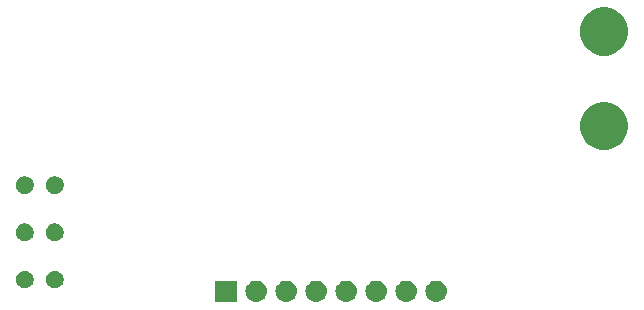
<source format=gbs>
G04 #@! TF.GenerationSoftware,KiCad,Pcbnew,(5.1.0)-1*
G04 #@! TF.CreationDate,2019-06-02T21:22:59+02:00*
G04 #@! TF.ProjectId,ledpwmble,6c656470-776d-4626-9c65-2e6b69636164,rev?*
G04 #@! TF.SameCoordinates,Original*
G04 #@! TF.FileFunction,Soldermask,Bot*
G04 #@! TF.FilePolarity,Negative*
%FSLAX46Y46*%
G04 Gerber Fmt 4.6, Leading zero omitted, Abs format (unit mm)*
G04 Created by KiCad (PCBNEW (5.1.0)-1) date 2019-06-02 21:22:59*
%MOMM*%
%LPD*%
G04 APERTURE LIST*
%ADD10C,0.100000*%
G04 APERTURE END LIST*
D10*
G36*
X162350442Y-106105518D02*
G01*
X162416627Y-106112037D01*
X162586466Y-106163557D01*
X162742991Y-106247222D01*
X162778729Y-106276552D01*
X162880186Y-106359814D01*
X162963448Y-106461271D01*
X162992778Y-106497009D01*
X163076443Y-106653534D01*
X163127963Y-106823373D01*
X163145359Y-107000000D01*
X163127963Y-107176627D01*
X163076443Y-107346466D01*
X162992778Y-107502991D01*
X162963448Y-107538729D01*
X162880186Y-107640186D01*
X162778729Y-107723448D01*
X162742991Y-107752778D01*
X162586466Y-107836443D01*
X162416627Y-107887963D01*
X162350442Y-107894482D01*
X162284260Y-107901000D01*
X162195740Y-107901000D01*
X162129558Y-107894482D01*
X162063373Y-107887963D01*
X161893534Y-107836443D01*
X161737009Y-107752778D01*
X161701271Y-107723448D01*
X161599814Y-107640186D01*
X161516552Y-107538729D01*
X161487222Y-107502991D01*
X161403557Y-107346466D01*
X161352037Y-107176627D01*
X161334641Y-107000000D01*
X161352037Y-106823373D01*
X161403557Y-106653534D01*
X161487222Y-106497009D01*
X161516552Y-106461271D01*
X161599814Y-106359814D01*
X161701271Y-106276552D01*
X161737009Y-106247222D01*
X161893534Y-106163557D01*
X162063373Y-106112037D01*
X162129558Y-106105518D01*
X162195740Y-106099000D01*
X162284260Y-106099000D01*
X162350442Y-106105518D01*
X162350442Y-106105518D01*
G37*
G36*
X164890442Y-106105518D02*
G01*
X164956627Y-106112037D01*
X165126466Y-106163557D01*
X165282991Y-106247222D01*
X165318729Y-106276552D01*
X165420186Y-106359814D01*
X165503448Y-106461271D01*
X165532778Y-106497009D01*
X165616443Y-106653534D01*
X165667963Y-106823373D01*
X165685359Y-107000000D01*
X165667963Y-107176627D01*
X165616443Y-107346466D01*
X165532778Y-107502991D01*
X165503448Y-107538729D01*
X165420186Y-107640186D01*
X165318729Y-107723448D01*
X165282991Y-107752778D01*
X165126466Y-107836443D01*
X164956627Y-107887963D01*
X164890442Y-107894482D01*
X164824260Y-107901000D01*
X164735740Y-107901000D01*
X164669558Y-107894482D01*
X164603373Y-107887963D01*
X164433534Y-107836443D01*
X164277009Y-107752778D01*
X164241271Y-107723448D01*
X164139814Y-107640186D01*
X164056552Y-107538729D01*
X164027222Y-107502991D01*
X163943557Y-107346466D01*
X163892037Y-107176627D01*
X163874641Y-107000000D01*
X163892037Y-106823373D01*
X163943557Y-106653534D01*
X164027222Y-106497009D01*
X164056552Y-106461271D01*
X164139814Y-106359814D01*
X164241271Y-106276552D01*
X164277009Y-106247222D01*
X164433534Y-106163557D01*
X164603373Y-106112037D01*
X164669558Y-106105518D01*
X164735740Y-106099000D01*
X164824260Y-106099000D01*
X164890442Y-106105518D01*
X164890442Y-106105518D01*
G37*
G36*
X159810442Y-106105518D02*
G01*
X159876627Y-106112037D01*
X160046466Y-106163557D01*
X160202991Y-106247222D01*
X160238729Y-106276552D01*
X160340186Y-106359814D01*
X160423448Y-106461271D01*
X160452778Y-106497009D01*
X160536443Y-106653534D01*
X160587963Y-106823373D01*
X160605359Y-107000000D01*
X160587963Y-107176627D01*
X160536443Y-107346466D01*
X160452778Y-107502991D01*
X160423448Y-107538729D01*
X160340186Y-107640186D01*
X160238729Y-107723448D01*
X160202991Y-107752778D01*
X160046466Y-107836443D01*
X159876627Y-107887963D01*
X159810442Y-107894482D01*
X159744260Y-107901000D01*
X159655740Y-107901000D01*
X159589558Y-107894482D01*
X159523373Y-107887963D01*
X159353534Y-107836443D01*
X159197009Y-107752778D01*
X159161271Y-107723448D01*
X159059814Y-107640186D01*
X158976552Y-107538729D01*
X158947222Y-107502991D01*
X158863557Y-107346466D01*
X158812037Y-107176627D01*
X158794641Y-107000000D01*
X158812037Y-106823373D01*
X158863557Y-106653534D01*
X158947222Y-106497009D01*
X158976552Y-106461271D01*
X159059814Y-106359814D01*
X159161271Y-106276552D01*
X159197009Y-106247222D01*
X159353534Y-106163557D01*
X159523373Y-106112037D01*
X159589558Y-106105518D01*
X159655740Y-106099000D01*
X159744260Y-106099000D01*
X159810442Y-106105518D01*
X159810442Y-106105518D01*
G37*
G36*
X157270442Y-106105518D02*
G01*
X157336627Y-106112037D01*
X157506466Y-106163557D01*
X157662991Y-106247222D01*
X157698729Y-106276552D01*
X157800186Y-106359814D01*
X157883448Y-106461271D01*
X157912778Y-106497009D01*
X157996443Y-106653534D01*
X158047963Y-106823373D01*
X158065359Y-107000000D01*
X158047963Y-107176627D01*
X157996443Y-107346466D01*
X157912778Y-107502991D01*
X157883448Y-107538729D01*
X157800186Y-107640186D01*
X157698729Y-107723448D01*
X157662991Y-107752778D01*
X157506466Y-107836443D01*
X157336627Y-107887963D01*
X157270442Y-107894482D01*
X157204260Y-107901000D01*
X157115740Y-107901000D01*
X157049558Y-107894482D01*
X156983373Y-107887963D01*
X156813534Y-107836443D01*
X156657009Y-107752778D01*
X156621271Y-107723448D01*
X156519814Y-107640186D01*
X156436552Y-107538729D01*
X156407222Y-107502991D01*
X156323557Y-107346466D01*
X156272037Y-107176627D01*
X156254641Y-107000000D01*
X156272037Y-106823373D01*
X156323557Y-106653534D01*
X156407222Y-106497009D01*
X156436552Y-106461271D01*
X156519814Y-106359814D01*
X156621271Y-106276552D01*
X156657009Y-106247222D01*
X156813534Y-106163557D01*
X156983373Y-106112037D01*
X157049558Y-106105518D01*
X157115740Y-106099000D01*
X157204260Y-106099000D01*
X157270442Y-106105518D01*
X157270442Y-106105518D01*
G37*
G36*
X154730442Y-106105518D02*
G01*
X154796627Y-106112037D01*
X154966466Y-106163557D01*
X155122991Y-106247222D01*
X155158729Y-106276552D01*
X155260186Y-106359814D01*
X155343448Y-106461271D01*
X155372778Y-106497009D01*
X155456443Y-106653534D01*
X155507963Y-106823373D01*
X155525359Y-107000000D01*
X155507963Y-107176627D01*
X155456443Y-107346466D01*
X155372778Y-107502991D01*
X155343448Y-107538729D01*
X155260186Y-107640186D01*
X155158729Y-107723448D01*
X155122991Y-107752778D01*
X154966466Y-107836443D01*
X154796627Y-107887963D01*
X154730442Y-107894482D01*
X154664260Y-107901000D01*
X154575740Y-107901000D01*
X154509558Y-107894482D01*
X154443373Y-107887963D01*
X154273534Y-107836443D01*
X154117009Y-107752778D01*
X154081271Y-107723448D01*
X153979814Y-107640186D01*
X153896552Y-107538729D01*
X153867222Y-107502991D01*
X153783557Y-107346466D01*
X153732037Y-107176627D01*
X153714641Y-107000000D01*
X153732037Y-106823373D01*
X153783557Y-106653534D01*
X153867222Y-106497009D01*
X153896552Y-106461271D01*
X153979814Y-106359814D01*
X154081271Y-106276552D01*
X154117009Y-106247222D01*
X154273534Y-106163557D01*
X154443373Y-106112037D01*
X154509558Y-106105518D01*
X154575740Y-106099000D01*
X154664260Y-106099000D01*
X154730442Y-106105518D01*
X154730442Y-106105518D01*
G37*
G36*
X152190442Y-106105518D02*
G01*
X152256627Y-106112037D01*
X152426466Y-106163557D01*
X152582991Y-106247222D01*
X152618729Y-106276552D01*
X152720186Y-106359814D01*
X152803448Y-106461271D01*
X152832778Y-106497009D01*
X152916443Y-106653534D01*
X152967963Y-106823373D01*
X152985359Y-107000000D01*
X152967963Y-107176627D01*
X152916443Y-107346466D01*
X152832778Y-107502991D01*
X152803448Y-107538729D01*
X152720186Y-107640186D01*
X152618729Y-107723448D01*
X152582991Y-107752778D01*
X152426466Y-107836443D01*
X152256627Y-107887963D01*
X152190442Y-107894482D01*
X152124260Y-107901000D01*
X152035740Y-107901000D01*
X151969558Y-107894482D01*
X151903373Y-107887963D01*
X151733534Y-107836443D01*
X151577009Y-107752778D01*
X151541271Y-107723448D01*
X151439814Y-107640186D01*
X151356552Y-107538729D01*
X151327222Y-107502991D01*
X151243557Y-107346466D01*
X151192037Y-107176627D01*
X151174641Y-107000000D01*
X151192037Y-106823373D01*
X151243557Y-106653534D01*
X151327222Y-106497009D01*
X151356552Y-106461271D01*
X151439814Y-106359814D01*
X151541271Y-106276552D01*
X151577009Y-106247222D01*
X151733534Y-106163557D01*
X151903373Y-106112037D01*
X151969558Y-106105518D01*
X152035740Y-106099000D01*
X152124260Y-106099000D01*
X152190442Y-106105518D01*
X152190442Y-106105518D01*
G37*
G36*
X149650442Y-106105518D02*
G01*
X149716627Y-106112037D01*
X149886466Y-106163557D01*
X150042991Y-106247222D01*
X150078729Y-106276552D01*
X150180186Y-106359814D01*
X150263448Y-106461271D01*
X150292778Y-106497009D01*
X150376443Y-106653534D01*
X150427963Y-106823373D01*
X150445359Y-107000000D01*
X150427963Y-107176627D01*
X150376443Y-107346466D01*
X150292778Y-107502991D01*
X150263448Y-107538729D01*
X150180186Y-107640186D01*
X150078729Y-107723448D01*
X150042991Y-107752778D01*
X149886466Y-107836443D01*
X149716627Y-107887963D01*
X149650442Y-107894482D01*
X149584260Y-107901000D01*
X149495740Y-107901000D01*
X149429558Y-107894482D01*
X149363373Y-107887963D01*
X149193534Y-107836443D01*
X149037009Y-107752778D01*
X149001271Y-107723448D01*
X148899814Y-107640186D01*
X148816552Y-107538729D01*
X148787222Y-107502991D01*
X148703557Y-107346466D01*
X148652037Y-107176627D01*
X148634641Y-107000000D01*
X148652037Y-106823373D01*
X148703557Y-106653534D01*
X148787222Y-106497009D01*
X148816552Y-106461271D01*
X148899814Y-106359814D01*
X149001271Y-106276552D01*
X149037009Y-106247222D01*
X149193534Y-106163557D01*
X149363373Y-106112037D01*
X149429558Y-106105518D01*
X149495740Y-106099000D01*
X149584260Y-106099000D01*
X149650442Y-106105518D01*
X149650442Y-106105518D01*
G37*
G36*
X147901000Y-107901000D02*
G01*
X146099000Y-107901000D01*
X146099000Y-106099000D01*
X147901000Y-106099000D01*
X147901000Y-107901000D01*
X147901000Y-107901000D01*
G37*
G36*
X130179059Y-105277860D02*
G01*
X130315732Y-105334472D01*
X130438735Y-105416660D01*
X130543340Y-105521265D01*
X130625528Y-105644268D01*
X130682140Y-105780941D01*
X130711000Y-105926033D01*
X130711000Y-106073967D01*
X130682140Y-106219059D01*
X130625528Y-106355732D01*
X130543340Y-106478735D01*
X130438735Y-106583340D01*
X130315732Y-106665528D01*
X130315731Y-106665529D01*
X130315730Y-106665529D01*
X130179059Y-106722140D01*
X130033968Y-106751000D01*
X129886032Y-106751000D01*
X129740941Y-106722140D01*
X129604270Y-106665529D01*
X129604269Y-106665529D01*
X129604268Y-106665528D01*
X129481265Y-106583340D01*
X129376660Y-106478735D01*
X129294472Y-106355732D01*
X129237860Y-106219059D01*
X129209000Y-106073967D01*
X129209000Y-105926033D01*
X129237860Y-105780941D01*
X129294472Y-105644268D01*
X129376660Y-105521265D01*
X129481265Y-105416660D01*
X129604268Y-105334472D01*
X129740941Y-105277860D01*
X129886032Y-105249000D01*
X130033968Y-105249000D01*
X130179059Y-105277860D01*
X130179059Y-105277860D01*
G37*
G36*
X132719059Y-105277860D02*
G01*
X132855732Y-105334472D01*
X132978735Y-105416660D01*
X133083340Y-105521265D01*
X133165528Y-105644268D01*
X133222140Y-105780941D01*
X133251000Y-105926033D01*
X133251000Y-106073967D01*
X133222140Y-106219059D01*
X133165528Y-106355732D01*
X133083340Y-106478735D01*
X132978735Y-106583340D01*
X132855732Y-106665528D01*
X132855731Y-106665529D01*
X132855730Y-106665529D01*
X132719059Y-106722140D01*
X132573968Y-106751000D01*
X132426032Y-106751000D01*
X132280941Y-106722140D01*
X132144270Y-106665529D01*
X132144269Y-106665529D01*
X132144268Y-106665528D01*
X132021265Y-106583340D01*
X131916660Y-106478735D01*
X131834472Y-106355732D01*
X131777860Y-106219059D01*
X131749000Y-106073967D01*
X131749000Y-105926033D01*
X131777860Y-105780941D01*
X131834472Y-105644268D01*
X131916660Y-105521265D01*
X132021265Y-105416660D01*
X132144268Y-105334472D01*
X132280941Y-105277860D01*
X132426032Y-105249000D01*
X132573968Y-105249000D01*
X132719059Y-105277860D01*
X132719059Y-105277860D01*
G37*
G36*
X130179059Y-101277860D02*
G01*
X130315732Y-101334472D01*
X130438735Y-101416660D01*
X130543340Y-101521265D01*
X130625528Y-101644268D01*
X130682140Y-101780941D01*
X130711000Y-101926033D01*
X130711000Y-102073967D01*
X130682140Y-102219059D01*
X130625528Y-102355732D01*
X130543340Y-102478735D01*
X130438735Y-102583340D01*
X130315732Y-102665528D01*
X130315731Y-102665529D01*
X130315730Y-102665529D01*
X130179059Y-102722140D01*
X130033968Y-102751000D01*
X129886032Y-102751000D01*
X129740941Y-102722140D01*
X129604270Y-102665529D01*
X129604269Y-102665529D01*
X129604268Y-102665528D01*
X129481265Y-102583340D01*
X129376660Y-102478735D01*
X129294472Y-102355732D01*
X129237860Y-102219059D01*
X129209000Y-102073967D01*
X129209000Y-101926033D01*
X129237860Y-101780941D01*
X129294472Y-101644268D01*
X129376660Y-101521265D01*
X129481265Y-101416660D01*
X129604268Y-101334472D01*
X129740941Y-101277860D01*
X129886032Y-101249000D01*
X130033968Y-101249000D01*
X130179059Y-101277860D01*
X130179059Y-101277860D01*
G37*
G36*
X132719059Y-101277860D02*
G01*
X132855732Y-101334472D01*
X132978735Y-101416660D01*
X133083340Y-101521265D01*
X133165528Y-101644268D01*
X133222140Y-101780941D01*
X133251000Y-101926033D01*
X133251000Y-102073967D01*
X133222140Y-102219059D01*
X133165528Y-102355732D01*
X133083340Y-102478735D01*
X132978735Y-102583340D01*
X132855732Y-102665528D01*
X132855731Y-102665529D01*
X132855730Y-102665529D01*
X132719059Y-102722140D01*
X132573968Y-102751000D01*
X132426032Y-102751000D01*
X132280941Y-102722140D01*
X132144270Y-102665529D01*
X132144269Y-102665529D01*
X132144268Y-102665528D01*
X132021265Y-102583340D01*
X131916660Y-102478735D01*
X131834472Y-102355732D01*
X131777860Y-102219059D01*
X131749000Y-102073967D01*
X131749000Y-101926033D01*
X131777860Y-101780941D01*
X131834472Y-101644268D01*
X131916660Y-101521265D01*
X132021265Y-101416660D01*
X132144268Y-101334472D01*
X132280941Y-101277860D01*
X132426032Y-101249000D01*
X132573968Y-101249000D01*
X132719059Y-101277860D01*
X132719059Y-101277860D01*
G37*
G36*
X130179059Y-97277860D02*
G01*
X130315732Y-97334472D01*
X130438735Y-97416660D01*
X130543340Y-97521265D01*
X130625528Y-97644268D01*
X130682140Y-97780941D01*
X130711000Y-97926033D01*
X130711000Y-98073967D01*
X130682140Y-98219059D01*
X130625528Y-98355732D01*
X130543340Y-98478735D01*
X130438735Y-98583340D01*
X130315732Y-98665528D01*
X130315731Y-98665529D01*
X130315730Y-98665529D01*
X130179059Y-98722140D01*
X130033968Y-98751000D01*
X129886032Y-98751000D01*
X129740941Y-98722140D01*
X129604270Y-98665529D01*
X129604269Y-98665529D01*
X129604268Y-98665528D01*
X129481265Y-98583340D01*
X129376660Y-98478735D01*
X129294472Y-98355732D01*
X129237860Y-98219059D01*
X129209000Y-98073967D01*
X129209000Y-97926033D01*
X129237860Y-97780941D01*
X129294472Y-97644268D01*
X129376660Y-97521265D01*
X129481265Y-97416660D01*
X129604268Y-97334472D01*
X129740941Y-97277860D01*
X129886032Y-97249000D01*
X130033968Y-97249000D01*
X130179059Y-97277860D01*
X130179059Y-97277860D01*
G37*
G36*
X132719059Y-97277860D02*
G01*
X132855732Y-97334472D01*
X132978735Y-97416660D01*
X133083340Y-97521265D01*
X133165528Y-97644268D01*
X133222140Y-97780941D01*
X133251000Y-97926033D01*
X133251000Y-98073967D01*
X133222140Y-98219059D01*
X133165528Y-98355732D01*
X133083340Y-98478735D01*
X132978735Y-98583340D01*
X132855732Y-98665528D01*
X132855731Y-98665529D01*
X132855730Y-98665529D01*
X132719059Y-98722140D01*
X132573968Y-98751000D01*
X132426032Y-98751000D01*
X132280941Y-98722140D01*
X132144270Y-98665529D01*
X132144269Y-98665529D01*
X132144268Y-98665528D01*
X132021265Y-98583340D01*
X131916660Y-98478735D01*
X131834472Y-98355732D01*
X131777860Y-98219059D01*
X131749000Y-98073967D01*
X131749000Y-97926033D01*
X131777860Y-97780941D01*
X131834472Y-97644268D01*
X131916660Y-97521265D01*
X132021265Y-97416660D01*
X132144268Y-97334472D01*
X132280941Y-97277860D01*
X132426032Y-97249000D01*
X132573968Y-97249000D01*
X132719059Y-97277860D01*
X132719059Y-97277860D01*
G37*
G36*
X179598254Y-91027818D02*
G01*
X179971511Y-91182426D01*
X179971513Y-91182427D01*
X180307436Y-91406884D01*
X180593116Y-91692564D01*
X180817574Y-92028489D01*
X180972182Y-92401746D01*
X181051000Y-92797993D01*
X181051000Y-93202007D01*
X180972182Y-93598254D01*
X180817574Y-93971511D01*
X180817573Y-93971513D01*
X180593116Y-94307436D01*
X180307436Y-94593116D01*
X179971513Y-94817573D01*
X179971512Y-94817574D01*
X179971511Y-94817574D01*
X179598254Y-94972182D01*
X179202007Y-95051000D01*
X178797993Y-95051000D01*
X178401746Y-94972182D01*
X178028489Y-94817574D01*
X178028488Y-94817574D01*
X178028487Y-94817573D01*
X177692564Y-94593116D01*
X177406884Y-94307436D01*
X177182427Y-93971513D01*
X177182426Y-93971511D01*
X177027818Y-93598254D01*
X176949000Y-93202007D01*
X176949000Y-92797993D01*
X177027818Y-92401746D01*
X177182426Y-92028489D01*
X177406884Y-91692564D01*
X177692564Y-91406884D01*
X178028487Y-91182427D01*
X178028489Y-91182426D01*
X178401746Y-91027818D01*
X178797993Y-90949000D01*
X179202007Y-90949000D01*
X179598254Y-91027818D01*
X179598254Y-91027818D01*
G37*
G36*
X179598254Y-83027818D02*
G01*
X179971511Y-83182426D01*
X179971513Y-83182427D01*
X180307436Y-83406884D01*
X180593116Y-83692564D01*
X180817574Y-84028489D01*
X180972182Y-84401746D01*
X181051000Y-84797993D01*
X181051000Y-85202007D01*
X180972182Y-85598254D01*
X180817574Y-85971511D01*
X180817573Y-85971513D01*
X180593116Y-86307436D01*
X180307436Y-86593116D01*
X179971513Y-86817573D01*
X179971512Y-86817574D01*
X179971511Y-86817574D01*
X179598254Y-86972182D01*
X179202007Y-87051000D01*
X178797993Y-87051000D01*
X178401746Y-86972182D01*
X178028489Y-86817574D01*
X178028488Y-86817574D01*
X178028487Y-86817573D01*
X177692564Y-86593116D01*
X177406884Y-86307436D01*
X177182427Y-85971513D01*
X177182426Y-85971511D01*
X177027818Y-85598254D01*
X176949000Y-85202007D01*
X176949000Y-84797993D01*
X177027818Y-84401746D01*
X177182426Y-84028489D01*
X177406884Y-83692564D01*
X177692564Y-83406884D01*
X178028487Y-83182427D01*
X178028489Y-83182426D01*
X178401746Y-83027818D01*
X178797993Y-82949000D01*
X179202007Y-82949000D01*
X179598254Y-83027818D01*
X179598254Y-83027818D01*
G37*
M02*

</source>
